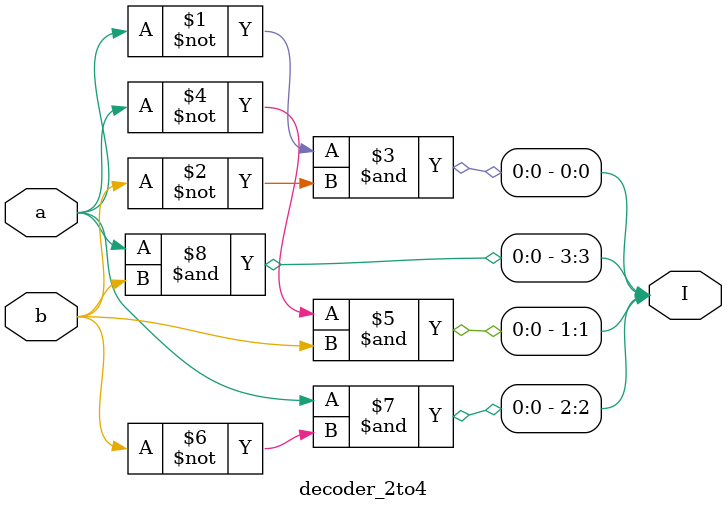
<source format=v>

module decoder_2to4 (
    input a,
    b,
    output [3:0] I
);

  assign I[0] = (~a & ~b);
  assign I[1] = (~a & b);
  assign I[2] = (a & ~b);
  assign I[3] = (a & b);

endmodule

</source>
